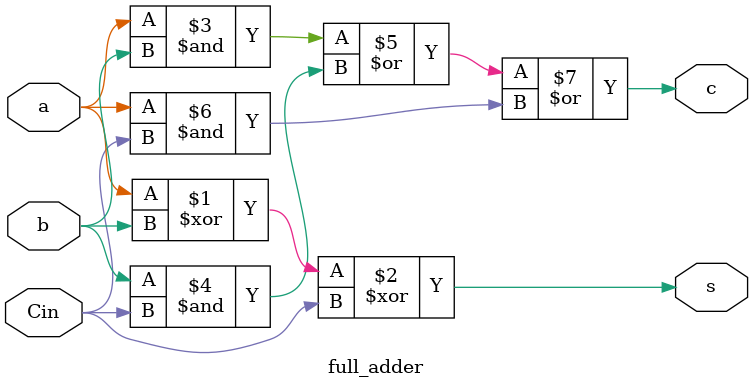
<source format=v>
module full_adder(output s,c,input a,b,Cin);
assign s=a^b^Cin;
assign c=(a&b)|(b&Cin)|(a&Cin);
endmodule
</source>
